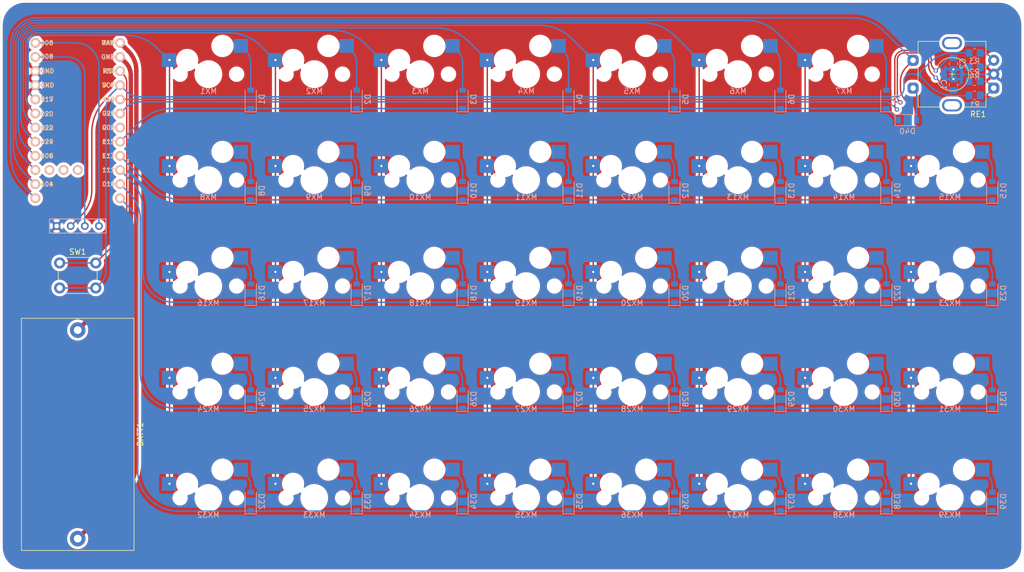
<source format=kicad_pcb>
(kicad_pcb (version 20211014) (generator pcbnew)
  (layers (0 "F.Cu" signal) (31 "B.Cu" signal) (34 "B.Paste" user) (35 "F.Paste" user) (36 "B.SilkS" user "B.Silkscreen") (37 "F.SilkS" user "F.Silkscreen") (38 "B.Mask" user) (39 "F.Mask" user) (44 "Edge.Cuts" user))
  (net 0 "")
  (net 1 "row0")
  (net 2 "row1")
  (net 3 "row2")
  (net 4 "Net-(D23-Pad2)")
  (net 5 "row3")
  (net 6 "row4")
  (net 7 "Net-(D40-Pad2)")
  (net 8 "col0")
  (net 9 "col1")
  (net 10 "col2")
  (net 11 "col3")
  (net 12 "col4")
  (net 13 "col5")
  (net 14 "Net-(BATT1-Pad1)")
  (net 15 "Net-(BATT1-Pad2)")
  (net 16 "RE_B")
  (net 17 "VCC")
  (net 18 "Net-(RE1-PadA)")
  (net 19 "Net-(SW1-Pad1)")
  (net 20 "Earth")
  (net 21 "Net-(D1-Pad2)")
  (net 22 "Net-(D2-Pad2)")
  (net 23 "Net-(D3-Pad2)")
  (net 24 "Net-(D4-Pad2)")
  (net 25 "Net-(D5-Pad2)")
  (net 26 "Net-(D6-Pad2)")
  (net 27 "Net-(D7-Pad2)")
  (net 28 "Net-(D8-Pad2)")
  (net 29 "Net-(D9-Pad2)")
  (net 30 "Net-(D10-Pad2)")
  (net 31 "Net-(D11-Pad2)")
  (net 32 "Net-(D12-Pad2)")
  (net 33 "Net-(D13-Pad2)")
  (net 34 "Net-(D14-Pad2)")
  (net 35 "Net-(D15-Pad2)")
  (net 36 "Net-(D16-Pad2)")
  (net 37 "Net-(D17-Pad2)")
  (net 38 "Net-(D18-Pad2)")
  (net 39 "Net-(D19-Pad2)")
  (net 40 "Net-(D20-Pad2)")
  (net 41 "Net-(D21-Pad2)")
  (net 42 "Net-(D22-Pad2)")
  (net 43 "Net-(D24-Pad2)")
  (net 44 "Net-(D25-Pad2)")
  (net 45 "Net-(D26-Pad2)")
  (net 46 "Net-(D27-Pad2)")
  (net 47 "Net-(D28-Pad2)")
  (net 48 "Net-(D29-Pad2)")
  (net 49 "Net-(D30-Pad2)")
  (net 50 "Net-(D31-Pad2)")
  (net 51 "Net-(D32-Pad2)")
  (net 52 "Net-(D33-Pad2)")
  (net 53 "Net-(D34-Pad2)")
  (net 54 "Net-(D35-Pad2)")
  (net 55 "Net-(D36-Pad2)")
  (net 56 "Net-(D37-Pad2)")
  (net 57 "Net-(D38-Pad2)")
  (net 58 "Net-(D39-Pad2)")
  (net 59 "col6")
  (net 60 "col7")
  (net 61 "Net-(U1-Pad2)")
  (net 62 "Net-(U1-Pad1)")
  (net 63 "Net-(R3-Pad2)")
  (net 68 "Net-(U1-Pad19)")
  (footprint "MX_Only:MXOnly-1U-Hotswap-NoLED" (layer "F.Cu") (at 98.425 31.75)
    (fp_text reference "MX3")
    (fp_text value "MX-NoLED")
  )
  (footprint "MX_Only:MXOnly-1U-Hotswap-NoLED" (layer "F.Cu") (at 117.475 69.85)
    (fp_text reference "MX19")
    (fp_text value "MX-NoLED")
  )
  (footprint "MX_Only:MXOnly-1U-Hotswap-NoLED" (layer "F.Cu") (at 174.625 88.9)
    (fp_text reference "MX30")
    (fp_text value "MX-NoLED")
  )
  (footprint "MX_Only:MXOnly-1U-Hotswap-NoLED" (layer "F.Cu") (at 155.575 88.9)
    (fp_text reference "MX29")
    (fp_text value "MX-NoLED")
  )
  (footprint "MX_Only:MXOnly-1U-Hotswap-NoLED" (layer "F.Cu") (at 117.475 107.95)
    (fp_text reference "MX35")
    (fp_text value "MX-NoLED")
  )
  (footprint "MX_Only:MXOnly-1U-Hotswap-NoLED" (layer "F.Cu") (at 60.325 31.75)
    (fp_text reference "MX1")
    (fp_text value "MX-NoLED")
  )
  (footprint "MX_Only:MXOnly-1U-Hotswap-NoLED" (layer "F.Cu") (at 136.525 69.85)
    (fp_text reference "MX20")
    (fp_text value "MX-NoLED")
  )
  (footprint "yuchi_kbd_lib:OLED_4Pin" (layer "F.Cu") (at 36.83 59.055)
    (fp_text reference "OLED1" hide)
    (fp_text value "Conn_01x04" hide)
  )
  (footprint "MX_Only:MXOnly-1U-Hotswap-NoLED" (layer "F.Cu") (at 117.475 31.75)
    (fp_text reference "MX4")
    (fp_text value "MX-NoLED")
  )
  (footprint "MX_Only:MXOnly-1U-Hotswap-NoLED" (layer "F.Cu") (at 155.575 107.95)
    (fp_text reference "MX37")
    (fp_text value "MX-NoLED")
  )
  (footprint "Button_Switch_THT:SW_PUSH_6mm_H5mm" (layer "F.Cu") (at 33.58 65.695)
    (fp_text reference "SW1")
    (fp_text value "SW_Push_Dual")
  )
  (footprint "MX_Only:MXOnly-1U-Hotswap-NoLED" (layer "F.Cu") (at 155.575 69.85)
    (fp_text reference "MX21")
    (fp_text value "MX-NoLED")
  )
  (footprint "MX_Only:MXOnly-1U-Hotswap-NoLED" (layer "F.Cu") (at 98.425 69.85)
    (fp_text reference "MX18")
    (fp_text value "MX-NoLED")
  )
  (footprint "MX_Only:MXOnly-1U-Hotswap-NoLED" (layer "F.Cu") (at 174.625 50.8)
    (fp_text reference "MX14")
    (fp_text value "MX-NoLED")
  )
  (footprint "MX_Only:MXOnly-1U-Hotswap-NoLED" (layer "F.Cu") (at 98.425 107.95)
    (fp_text reference "MX34")
    (fp_text value "MX-NoLED")
  )
  (footprint "MX_Only:MXOnly-1U-Hotswap-NoLED" (layer "F.Cu") (at 98.425 50.8)
    (fp_text reference "MX10")
    (fp_text value "MX-NoLED")
  )
  (footprint "MX_Only:MXOnly-1U-Hotswap-NoLED" (layer "F.Cu") (at 60.325 69.85)
    (fp_text reference "MX16")
    (fp_text value "MX-NoLED")
  )
  (footprint "MX_Only:MXOnly-1U-Hotswap-NoLED" (layer "F.Cu") (at 136.525 31.75)
    (fp_text reference "MX5")
    (fp_text value "MX-NoLED")
  )
  (footprint "MX_Only:MXOnly-1U-Hotswap-NoLED" (layer "F.Cu") (at 193.675 69.85)
    (fp_text reference "MX23")
    (fp_text value "MX-NoLED")
  )
  (footprint "MX_Only:MXOnly-1U-Hotswap-NoLED" (layer "F.Cu") (at 79.375 31.75)
    (fp_text reference "MX2")
    (fp_text value "MX-NoLED")
  )
  (footprint "MX_Only:MXOnly-1U-Hotswap-NoLED" (layer "F.Cu") (at 60.325 88.9)
    (fp_text reference "MX24")
    (fp_text value "MX-NoLED")
  )
  (footprint "MX_Only:MXOnly-1U-Hotswap-NoLED" (layer "F.Cu") (at 155.575 31.75)
    (fp_text reference "MX6")
    (fp_text value "MX-NoLED")
  )
  (footprint "MX_Only:MXOnly-1U-Hotswap-NoLED" (layer "F.Cu") (at 117.475 50.8)
    (fp_text reference "MX11")
    (fp_text value "MX-NoLED")
  )
  (footprint "MX_Only:MXOnly-1U-Hotswap-NoLED" (layer "F.Cu") (at 174.625 31.75)
    (fp_text reference "MX7")
    (fp_text value "MX-NoLED")
  )
  (footprint "MX_Only:MXOnly-1U-Hotswap-NoLED" (layer "F.Cu") (at 155.575 50.8)
    (fp_text reference "MX13")
    (fp_text value "MX-NoLED")
  )
  (footprint "MX_Only:MXOnly-1U-Hotswap-NoLED" (layer "F.Cu") (at 79.375 88.9)
    (fp_text reference "MX25")
    (fp_text value "MX-NoLED")
  )
  (footprint "MX_Only:MXOnly-1U-Hotswap-NoLED" (layer "F.Cu") (at 117.475 88.9)
    (fp_text reference "MX27")
    (fp_text value "MX-NoLED")
  )
  (footprint "MX_Only:MXOnly-1U-Hotswap-NoLED" (layer "F.Cu") (at 193.675 50.8)
    (fp_text reference "MX15")
    (fp_text value "MX-NoLED")
  )
  (footprint "MX_Only:MXOnly-1U-Hotswap-NoLED" (layer "F.Cu") (at 79.375 50.8)
    (fp_text reference "MX9")
    (fp_text value "MX-NoLED")
  )
  (footprint "MX_Only:MXOnly-1U-Hotswap-NoLED" (layer "F.Cu") (at 174.625 107.95)
    (fp_text reference "MX38")
    (fp_text value "MX-NoLED")
  )
  (footprint "Capacitor_THT:C_Rect_L41.5mm_W20.0mm_P37.50mm_MKS4" (layer "F.Cu") (at 36.83 77.77 -90)
    (fp_text reference "BATT1")
    (fp_text value "Conn_02x01")
  )
  (footprint "MX_Only:MXOnly-1U-Hotswap-NoLED" (layer "F.Cu") (at 60.325 50.8)
    (fp_text reference "MX8")
    (fp_text value "MX-NoLED")
  )
  (footprint "MX_Only:MXOnly-1U-Hotswap-NoLED" (layer "F.Cu") (at 98.425 88.9)
    (fp_text reference "MX26")
    (fp_text value "MX-NoLED")
  )
  (footprint "MX_Only:MXOnly-1U-Hotswap-NoLED" (layer "F.Cu") (at 136.525 107.95)
    (fp_text reference "MX36")
    (fp_text value "MX-NoLED")
  )
  (footprint "MX_Only:MXOnly-1U-Hotswap-NoLED" (layer "F.Cu") (at 136.525 88.9)
    (fp_text reference "MX28")
    (fp_text value "MX-NoLED")
  )
  (footprint "MX_Only:MXOnly-1U-Hotswap-NoLED" (layer "F.Cu") (at 193.675 107.95)
    (fp_text reference "MX39")
    (fp_text value "MX-NoLED")
  )
  (footprint "Rotary_Encoder:RotaryEncoder_Alps_EC11E-Switch_Vertical_H20mm" (layer "F.Cu") (at 201.56 34.25 180)
    (fp_text reference "RE1")
    (fp_text value "RotaryEncoder_Switch")
  )
  (footprint "MX_Only:MXOnly-1U-Hotswap-NoLED" (layer "F.Cu") (at 79.375 107.95)
    (fp_text reference "MX33")
    (fp_text value "MX-NoLED")
  )
  (footprint "MX_Only:MXOnly-1U-Hotswap-NoLED" (layer "F.Cu") (at 79.375 69.85)
    (fp_text reference "MX17")
    (fp_text value "MX-NoLED")
  )
  (footprint "MX_Only:MXOnly-1U-Hotswap-NoLED" (layer "F.Cu") (at 193.675 88.9)
    (fp_text reference "MX31")
    (fp_text value "MX-NoLED")
  )
  (footprint "nice-nano-kicad-master:nice_nano" (layer "F.Cu") (at 36.83 40.08675 -90)
    (fp_text reference "U1" hide)
    (fp_text value "nice_nano" hide)
  )
  (footprint "MX_Only:MXOnly-1U-Hotswap-NoLED" (layer "F.Cu") (at 136.525 50.8)
    (fp_text reference "MX12")
    (fp_text value "MX-NoLED")
  )
  (footprint "MX_Only:MXOnly-1U-Hotswap-NoLED" (layer "F.Cu") (at 60.325 107.95)
    (fp_text reference "MX32")
    (fp_text value "MX-NoLED")
  )
  (footprint "MX_Only:MXOnly-1U-Hotswap-NoLED" (layer "F.Cu") (at 174.625 69.85)
    (fp_text reference "MX22")
    (fp_text value "MX-NoLED")
  )
  (footprint "Diode_SMD:D_SOD-123" (layer "B.Cu") (at 125.095 52.705 90)
    (fp_text reference "D11")
    (fp_text value "D_Small")
  )
  (footprint "Diode_SMD:D_SOD-123" (layer "B.Cu") (at 163.195 36.2712 90)
    (fp_text reference "D6")
    (fp_text value "D_Small")
  )
  (footprint "Diode_SMD:D_SOD-123" (layer "B.Cu") (at 163.195 71.12 90)
    (fp_text reference "D21")
    (fp_text value "D_Small")
  )
  (footprint "Diode_SMD:D_SOD-123" (layer "B.Cu") (at 106.045 52.705 90)
    (fp_text reference "D10")
    (fp_text value "D_Small")
  )
  (footprint "Diode_SMD:D_SOD-123" (layer "B.Cu") (at 144.145 90.17 90)
    (fp_text reference "D28")
    (fp_text value "D_Small")
  )
  (footprint "Diode_SMD:D_SOD-123" (layer "B.Cu") (at 106.045 71.12 90)
    (fp_text reference "D18")
    (fp_text value "D_Small")
  )
  (footprint "Diode_SMD:D_SOD-123" (layer "B.Cu") (at 67.945 90.17 90)
    (fp_text reference "D24")
    (fp_text value "D_Small")
  )
  (footprint "Diode_SMD:D_SOD-123" (layer "B.Cu") (at 182.245 90.17 90)
    (fp_text reference "D30")
    (fp_text value "D_Small")
  )
  (footprint "Resistor_SMD:R_0805_2012Metric_Pad1.20x1.40mm_HandSolder" (layer "B.Cu") (at 198.12 30.48)
    (fp_text reference "R4")
    (fp_text value "R_Small")
  )
  (footprint "Diode_SMD:D_SOD-123" (layer "B.Cu") (at 106.045 90.17 90)
    (fp_text reference "D26")
    (fp_text value "D_Small")
  )
  (footprint "Resistor_SMD:R_0805_2012Metric_Pad1.20x1.40mm_HandSolder" (layer "B.Cu") (at 198.12 33.02 180)
    (fp_text reference "R2")
    (fp_text value "R_Small")
  )
  (footprint "Diode_SMD:D_SOD-123" (layer "B.Cu") (at 86.995 36.2712 90)
    (fp_text reference "D2")
    (fp_text value "D_Small")
  )
  (footprint "Capacitor_SMD:C_0805_2012Metric_Pad1.18x1.45mm_HandSolder" (layer "B.Cu") (at 194.31 29.845 90)
    (fp_text reference "C2")
    (fp_text value "C_Small")
  )
  (footprint "Diode_SMD:D_SOD-123" (layer "B.Cu") (at 125.095 108.585 90)
    (fp_text reference "D35")
    (fp_text value "D_Small")
  )
  (footprint "Resistor_SMD:R_0805_2012Metric_Pad1.20x1.40mm_HandSolder" (layer "B.Cu") (at 198.12 35.56)
    (fp_text reference "R1")
    (fp_text value "R_Small")
  )
  (footprint "Diode_SMD:D_SOD-123" (layer "B.Cu") (at 86.995 90.17 90)
    (fp_text reference "D25")
    (fp_text value "D_Small")
  )
  (footprint "Diode_SMD:D_SOD-123" (layer "B.Cu") (at 106.045 108.585 90)
    (fp_text reference "D34")
    (fp_text value "D_Small")
  )
  (footprint "Diode_SMD:D_SOD-123" (layer "B.Cu") (at 201.295 52.705 90)
    (fp_text reference "D15")
    (fp_text value "D_Small")
  )
  (footprint "Diode_SMD:D_SOD-123" (layer "B.Cu") (at 182.245 71.12 90)
    (fp_text reference "D22")
    (fp_text value "D_Small")
  )
  (footprint "Diode_SMD:D_SOD-123" (layer "B.Cu") (at 144.145 71.12 90)
    (fp_text reference "D20")
    (fp_text value "D_Small")
  )
  (footprint "Diode_SMD:D_SOD-123" (layer "B.Cu") (at 144.145 52.705 90)
    (fp_text reference "D12")
    (fp_text value "D_Small")
  )
  (footprint "Diode_SMD:D_SOD-123" (layer "B.Cu") (at 67.945 52.705 90)
    (fp_text reference "D8")
    (fp_text value "D_Small")
  )
  (footprint "Diode_SMD:D_SOD-123" (layer "B.Cu") (at 163.195 108.585 90)
    (fp_text reference "D37")
    (fp_text value "D_Small")
  )
  (footprint "Diode_SMD:D_SOD-123" (layer "B.Cu") (at 86.995 108.585 90)
    (fp_text reference "D33")
    (fp_text value "D_Small")
  )
  (footprint "Diode_SMD:D_SOD-123" (layer "B.Cu") (at 67.945 36.2712 90)
    (fp_text reference "D1")
    (fp_text value "D_Small")
  )
  (footprint "Diode_SMD:D_SOD-123" (layer "B.Cu") (at 125.095 90.17 90)
    (fp_text reference "D27")
    (fp_text value "D_Small")
  )
  (footprint "Diode_SMD:D_SOD-123" (layer "B.Cu") (at 106.045 36.2712 90)
    (fp_text reference "D3")
    (fp_text value "D_Small")
  )
  (footprint "Diode_SMD:D_SOD-123" (layer "B.Cu") (at 182.245 108.585 90)
    (fp_text reference "D38")
    (fp_text value "D_Small")
  )
  (footprint "Diode_SMD:D_SOD-123" (layer "B.Cu") (at 201.295 108.585 90)
    (fp_text reference "D39")
    (fp_text value "D_Small")
  )
  (footprint "Diode_SMD:D_SOD-123" (layer "B.Cu") (at 163.195 52.705 90)
    (fp_text reference "D13")
    (fp_text value "D_Small")
  )
  (footprint "Diode_SMD:D_SOD-123" (layer "B.Cu") (at 144.145 36.2712 90)
    (fp_text reference "D5")
    (fp_text value "D_Small")
  )
  (footprint "Diode_SMD:D_SOD-123" (layer "B.Cu") (at 182.245 36.2712 90)
    (fp_text reference "D7")
    (fp_text value "D_Small")
  )
  (footprint "Diode_SMD:D_SOD-123" (layer "B.Cu") (at 163.195 90.17 90)
    (fp_text reference "D29")
    (fp_text value "D_Small")
  )
  (footprint "Diode_SMD:D_SOD-123" (layer "B.Cu") (at 86.995 52.705 90)
    (fp_text reference "D9")
    (fp_text value "D_Small")
  )
  (footprint "Capacitor_SMD:C_0805_2012Metric_Pad1.18x1.45mm_HandSolder" (layer "B.Cu") (at 194.31 33.655 -90)
    (fp_text reference "C1")
    (fp_text value "C_Small")
  )
  (footprint "Diode_SMD:D_SOD-123" (layer "B.Cu") (at 144.145 108.585 90)
    (fp_text reference "D36")
    (fp_text value "D_Small")
  )
  (footprint "Diode_SMD:D_SOD-123" (layer "B.Cu") (at 125.095 36.2712 90)
    (fp_text reference "D4")
    (fp_text value "D_Small")
  )
  (footprint "Diode_SMD:D_SOD-123" (layer "B.Cu") (at 67.945 108.585 90)
    (fp_text reference "D32")
    (fp_text value "D_Small")
  )
  (footprint "Diode_SMD:D_SOD-123" (layer "B.Cu") (at 201.295 71.12 90)
    (fp_text reference "D23")
    (fp_text value "D_Small")
  )
  (footprint "Diode_SMD:D_SOD-123" (layer "B.Cu") (at 201.295 90.17 90)
    (fp_text reference "D31")
    (fp_text value "D_Small")
  )
  (footprint "Diode_SMD:D_SOD-123" (layer "B.Cu") (at 182.245 52.705 90)
    (fp_text reference "D14")
    (fp_text value "D_Small")
  )
  (footprint "Diode_SMD:D_SOD-123" (layer "B.Cu") (at 125.095 71.12 90)
    (fp_text reference "D19")
    (fp_text value "D_Small")
  )
  (footprint "Diode_SMD:D_SOD-123" (layer "B.Cu") (at 67.945 71.12 90)
    (fp_text reference "D16")
    (fp_text value "D_Small")
  )
  (footprint "Diode_SMD:D_SOD-123" (layer "B.Cu") (at 86.995 71.12 90)
    (fp_text reference "D17")
    (fp_text value "D_Small")
  )
  (footprint "Diode_SMD:D_SOD-123" (layer "B.Cu") (at 186.055 40.005)
    (fp_text reference "D40")
    (fp_text value "D_Small")
  )
  (footprint "Resistor_SMD:R_0805_2012Metric_Pad1.20x1.40mm_HandSolder" (layer "B.Cu") (at 198.12 27.94)
    (fp_text reference "R3")
    (fp_text value "R_Small")
  )
  (gr_line (start 188.2902 32.0548) (end 188.0616 31.5468) (layer "B.Cu") (width 0.2))
  (gr_line (start 188.0616 31.5468) (end 188.2648 31.5976) (layer "B.Cu") (width 0.2))
  (gr_line (start 187.8076 31.623) (end 188.2902 32.0548) (layer "B.Cu") (width 0.2))
  (gr_line (start 187.8076 31.9024) (end 187.8076 31.623) (layer "B.Cu") (width 0.2))
  (gr_arc (start 202.565 18.415) (mid 205.70809 19.71691) (end 207.01 22.86) (layer "Edge.Cuts") (width 0.01))
  (gr_arc (start 27.305 121.285) (mid 24.16191 119.98309) (end 22.86 116.84) (layer "Edge.Cuts") (width 0.01))
  (gr_arc (start 207.01 116.84) (mid 205.70809 119.98309) (end 202.565 121.285) (layer "Edge.Cuts") (width 0.01))
  (gr_line (start 27.305 18.415) (end 202.565 18.415) (layer "Edge.Cuts") (width 0.01))
  (gr_line (start 207.01 22.86) (end 207.01 116.84) (layer "Edge.Cuts") (width 0.01))
  (gr_line (start 202.565 121.285) (end 27.305 121.285) (layer "Edge.Cuts") (width 0.01))
  (gr_line (start 22.86 116.84) (end 22.86 22.86) (layer "Edge.Cuts") (width 0.01))
  (gr_arc (start 22.86 22.86) (mid 24.16191 19.71691) (end 27.305 18.415) (layer "Edge.Cuts") (width 0.01))
  (segment (start 53.806497 37.9212) (end 67.945 37.9212) (width 0.25) (layer "B.Cu") (net 1))
  (segment (start 48.034859 40.31189) (end 44.45 43.89675) (width 0.25) (layer "B.Cu") (net 1))
  (segment (start 182.2831 37.9212) (end 182.2069 37.9212) (width 0.25) (layer "B.Cu") (net 1))
  (segment (start 67.945 37.9212) (end 182.2069 37.9212) (width 0.25) (layer "B.Cu") (net 1))
  (segment (start 182.34814 37.94814) (end 184.405 40.005) (width 0.25) (layer "B.Cu") (net 1))
  (arc (start 182.34814 37.94814) (mid 182.318299 37.928201) (end 182.2831 37.9212) (width 0.25) (layer "B.Cu") (net 1))
  (arc (start 53.806497 37.9212) (mid 50.682909 38.54252) (end 48.034859 40.31189) (width 0.25) (layer "B.Cu") (net 1))
  (segment (start 67.945 54.355) (end 201.295 54.355) (width 0.25) (layer "B.Cu") (net 2))
  (segment (start 55.749197 54.355) (end 67.945 54.355) (width 0.25) (layer "B.Cu") (net 2))
  (segment (start 49.977559 51.964309) (end 44.45 46.43675) (width 0.25) (layer "B.Cu") (net 2))
  (arc (start 49.977559 51.964309) (mid 52.625609 53.733679) (end 55.749197 54.355) (width 0.25) (layer "B.Cu") (net 2))
  (segment (start 67.945 72.77) (end 201.295 72.77) (width 0.25) (layer "B.Cu") (net 3))
  (segment (start 54.14206 72.77) (end 67.945 72.77) (width 0.25) (layer "B.Cu") (net 3))
  (segment (start 48.52404 55.931571) (end 48.52404 67.151979) (width 0.25) (layer "B.Cu") (net 3))
  (segment (start 46.48702 51.01377) (end 44.45 48.97675) (width 0.25) (layer "B.Cu") (net 3))
  (arc (start 48.52404 67.151979) (mid 48.951686 69.301902) (end 50.16952 71.12452) (width 0.25) (layer "B.Cu") (net 3))
  (arc (start 46.48702 51.01377) (mid 47.994635 53.270076) (end 48.52404 55.931571) (width 0.25) (layer "B.Cu") (net 3))
  (arc (start 50.16952 71.12452) (mid 51.992136 72.342353) (end 54.14206 72.77) (width 0.25) (layer "B.Cu") (net 3))
  (segment (start 201.295 67.805235) (end 201.295 69.47) (width 0.25) (layer "B.Cu") (net 4))
  (segment (start 200.406 65.659) (end 199.517 64.77) (width 0.25) (layer "B.Cu") (net 4))
  (arc (start 200.406 65.659) (mid 201.063956 66.643701) (end 201.295 67.805235) (width 0.25) (layer "B.Cu") (net 4))
  (segment (start 67.945 91.82) (end 201.295 91.82) (width 0.25) (layer "B.Cu") (net 5))
  (segment (start 67.945 91.82) (end 54.459918 91.82) (width 0.25) (layer "B.Cu") (net 5))
  (segment (start 46.26226 53.32901) (end 44.45 51.51675) (width 0.25) (layer "B.Cu") (net 5))
  (segment (start 48.07452 57.704192) (end 48.07452 85.434601) (width 0.25) (layer "B.Cu") (net 5))
  (arc (start 49.94476 89.94976) (mid 52.016332 91.33394) (end 54.459918 91.82) (width 0.25) (layer "B.Cu") (net 5))
  (arc (start 48.07452 85.434601) (mid 48.560579 87.878187) (end 49.94476 89.94976) (width 0.25) (layer "B.Cu") (net 5))
  (arc (start 46.26226 53.32901) (mid 47.603528 55.33636) (end 48.07452 57.704192) (width 0.25) (layer "B.Cu") (net 5))
  (segment (start 46.0375 55.64425) (end 44.45 54.05675) (width 0.25) (layer "B.Cu") (net 6))
  (segment (start 201.152591 110.318421) (end 68.087408 110.318421) (width 0.25) (layer "B.Cu") (net 6))
  (segment (start 201.253289 110.27671) (end 201.295 110.235) (width 0.25) (layer "B.Cu") (net 6))
  (segment (start 47.625 103.023235) (end 47.625 59.476814) (width 0.25) (layer "B.Cu") (net 6))
  (segment (start 67.802591 110.318421) (end 54.920185 110.318421) (width 0.25) (layer "B.Cu") (net 6))
  (arc (start 67.98671 110.27671) (mid 67.944999 110.259433) (end 67.903289 110.27671) (width 0.25) (layer "B.Cu") (net 6))
  (arc (start 67.903289 110.27671) (mid 67.857088 110.30758) (end 67.802591 110.318421) (width 0.25) (layer "B.Cu") (net 6))
  (arc (start 46.0375 55.64425) (mid 47.212422 57.402645) (end 47.625 59.476814) (width 0.25) (layer "B.Cu") (net 6))
  (arc (start 67.98671 110.27671) (mid 68.03291 110.30758) (end 68.087408 110.318421) (width 0.25) (layer "B.Cu") (net 6))
  (arc (start 201.253289 110.27671) (mid 201.207088 110.30758) (end 201.152591 110.318421) (width 0.25) (layer "B.Cu") (net 6))
  (arc (start 47.625 103.023235) (mid 48.180312 105.814981) (end 49.76171 108.18171) (width 0.25) (layer "B.Cu") (net 6))
  (arc (start 49.76171 108.18171) (mid 52.128438 109.763107) (end 54.920185 110.318421) (width 0.25) (layer "B.Cu") (net 6))
  (segment (start 187.3825 34.5725) (end 187.06 34.25) (width 0.25) (layer "B.Cu") (net 7))
  (segment (start 187.705 35.351083) (end 187.705 40.005) (width 0.25) (layer "B.Cu") (net 7))
  (arc (start 187.3825 34.5725) (mid 187.621184 34.929717) (end 187.705 35.351083) (width 0.25) (layer "B.Cu") (net 7))
  (segment (start 53.34 105.41) (end 53.34 29.21) (width 0.25) (layer "F.Cu") (net 8))
  (via (at 53.34 29.21) (size 0.8) (drill 0.4) (layers "F.Cu" "B.Cu") (net 8))
  (via (at 53.34 48.26) (size 0.8) (drill 0.4) (layers "F.Cu" "B.Cu") (net 8))
  (via (at 53.34 67.31) (size 0.8) (drill 0.4) (layers "F.Cu" "B.Cu") (net 8))
  (via (at 53.34 86.36) (size 0.8) (drill 0.4) (layers "F.Cu" "B.Cu") (net 8))
  (via (at 53.34 105.41) (size 0.8) (drill 0.4) (layers "F.Cu" "B.Cu") (net 8))
  (segment (start 28.575 35.64175) (end 29.21 36.27675) (width 0.25) (layer "B.Cu") (net 8))
  (segment (start 45.65191 24.765) (end 29.516591 24.765) (width 0.25) (layer "B.Cu") (net 8))
  (segment (start 27.94 34.108724) (end 27.94 26.341591) (width 0.25) (layer "B.Cu") (net 8))
  (segment (start 51.0175 26.9875) (end 53.24 29.21) (width 0.25) (layer "B.Cu") (net 8))
  (arc (start 28.401773 25.226773) (mid 28.06001 25.738255) (end 27.94 26.341591) (width 0.25) (layer "B.Cu") (net 8))
  (arc (start 51.0175 26.9875) (mid 48.555746 25.342608) (end 45.65191 24.765) (width 0.25) (layer "B.Cu") (net 8))
  (arc (start 29.516591 24.765) (mid 28.913255 24.88501) (end 28.401773 25.226773) (width 0.25) (layer "B.Cu") (net 8))
  (arc (start 27.94 34.108724) (mid 28.105031 34.938391) (end 28.575 35.64175) (width 0.25) (layer "B.Cu") (net 8))
  (segment (start 72.39 105.41) (end 72.39 29.21) (width 0.25) (layer "F.Cu") (net 9))
  (via (at 72.39 86.36) (size 0.8) (drill 0.4) (layers "F.Cu" "B.Cu") (net 9))
  (via (at 72.39 67.31) (size 0.8) (drill 0.4) (layers "F.Cu" "B.Cu") (net 9))
  (via (at 72.39 29.21) (size 0.8) (drill 0.4) (layers "F.Cu" "B.Cu") (net 9))
  (via (at 72.39 105.41) (size 0.8) (drill 0.4) (layers "F.Cu" "B.Cu") (net 9))
  (via (at 72.39 48.26) (size 0.8) (drill 0.4) (layers "F.Cu" "B.Cu") (net 9))
  (segment (start 27.49048 35.881345) (end 27.49048 26.341591) (width 0.25) (layer "B.Cu") (net 9))
  (segment (start 28.35024 37.95699) (end 29.21 38.81675) (width 0.25) (layer "B.Cu") (net 9))
  (segment (start 69.78617 26.70617) (end 72.29 29.21) (width 0.25) (layer "B.Cu") (net 9))
  (segment (start 29.51659 24.31548) (end 64.014532 24.31548) (width 0.25) (layer "B.Cu") (net 9))
  (arc (start 28.083914 24.908914) (mid 27.644708 25.566232) (end 27.49048 26.341591) (width 0.25) (layer "B.Cu") (net 9))
  (arc (start 29.51659 24.31548) (mid 28.741231 24.469708) (end 28.083914 24.908914) (width 0.25) (layer "B.Cu") (net 9))
  (arc (start 27.49048 35.881345) (mid 27.713924 37.004676) (end 28.35024 37.95699) (width 0.25) (layer "B.Cu") (net 9))
  (arc (start 69.78617 26.70617) (mid 67.13812 24.9368) (end 64.014532 24.31548) (width 0.25) (layer "B.Cu") (net 9))
  (segment (start 91.44 105.41) (end 91.44 29.21) (width 0.25) (layer "F.Cu") (net 10))
  (via (at 91.44 86.36) (size 0.8) (drill 0.4) (layers "F.Cu" "B.Cu") (net 10))
  (via (at 91.44 29.21) (size 0.8) (drill 0.4) (layers "F.Cu" "B.Cu") (net 10))
  (via (at 91.44 48.26) (size 0.8) (drill 0.4) (layers "F.Cu" "B.Cu") (net 10))
  (via (at 91.44 67.31) (size 0.8) (drill 0.4) (layers "F.Cu" "B.Cu") (net 10))
  (via (at 91.44 105.41) (size 0.8) (drill 0.4) (layers "F.Cu" "B.Cu") (net 10))
  (segment (start 82.715012 23.86596) (end 29.516592 23.86596) (width 0.25) (layer "B.Cu") (net 10))
  (segment (start 28.12548 40.27223) (end 29.21 41.35675) (width 0.25) (layer "B.Cu") (net 10))
  (segment (start 27.04096 26.341592) (end 27.04096 37.653967) (width 0.25) (layer "B.Cu") (net 10))
  (segment (start 91.304644 29.074644) (end 88.48665 26.25665) (width 0.25) (layer "B.Cu") (net 10))
  (segment (start 91.34 29.16) (end 91.34 29.21) (width 0.25) (layer "B.Cu") (net 10))
  (arc (start 27.04096 37.653967) (mid 27.322817 39.07096) (end 28.12548 40.27223) (width 0.25) (layer "B.Cu") (net 10))
  (arc (start 27.766056 24.591056) (mid 27.229406 25.394208) (end 27.04096 26.341592) (width 0.25) (layer "B.Cu") (net 10))
  (arc (start 91.304644 29.074644) (mid 91.330811 29.113805) (end 91.34 29.16) (width 0.25) (layer "B.Cu") (net 10))
  (arc (start 29.516592 23.86596) (mid 28.569208 24.054406) (end 27.766056 24.591056) (width 0.25) (layer "B.Cu") (net 10))
  (arc (start 88.48665 26.25665) (mid 85.8386 24.48728) (end 82.715012 23.86596) (width 0.25) (layer "B.Cu") (net 10))
  (segment (start 110.49 105.41) (end 110.49 29.21) (width 0.25) (layer "F.Cu") (net 11))
  (via (at 110.49 105.41) (size 0.8) (drill 0.4) (layers "F.Cu" "B.Cu") (net 11))
  (via (at 110.49 48.26) (size 0.8) (drill 0.4) (layers "F.Cu" "B.Cu") (net 11))
  (via (at 110.49 29.21) (size 0.8) (drill 0.4) (layers "F.Cu" "B.Cu") (net 11))
  (via (at 110.49 86.36) (size 0.8) (drill 0.4) (layers "F.Cu" "B.Cu") (net 11))
  (via (at 110.49 67.31) (size 0.8) (drill 0.4) (layers "F.Cu" "B.Cu") (net 11))
  (segment (start 26.59144 26.341593) (end 26.59144 39.426588) (width 0.25) (layer "B.Cu") (net 11))
  (segment (start 101.315492 23.41644) (end 29.516593 23.41644) (width 0.25) (layer "B.Cu") (net 11))
  (segment (start 110.49 29.21) (end 107.08713 25.80713) (width 0.25) (layer "B.Cu") (net 11))
  (segment (start 27.90072 42.58747) (end 29.21 43.89675) (width 0.25) (layer "B.Cu") (net 11))
  (arc (start 29.516593 23.41644) (mid 28.397185 23.639103) (end 27.448197 24.273197) (width 0.25) (layer "B.Cu") (net 11))
  (arc (start 26.59144 39.426588) (mid 26.93171 41.137245) (end 27.90072 42.58747) (width 0.25) (layer "B.Cu") (net 11))
  (arc (start 27.448197 24.273197) (mid 26.814103 25.222185) (end 26.59144 26.341593) (width 0.25) (layer "B.Cu") (net 11))
  (arc (start 107.08713 25.80713) (mid 104.43908 24.03776) (end 101.315492 23.41644) (width 0.25) (layer "B.Cu") (net 11))
  (segment (start 129.54 29.21) (end 129.54 105.41) (width 0.25) (layer "F.Cu") (net 12))
  (via (at 129.54 86.36) (size 0.8) (drill 0.4) (layers "F.Cu" "B.Cu") (net 12))
  (via (at 129.54 105.41) (size 0.8) (drill 0.4) (layers "F.Cu" "B.Cu") (net 12))
  (via (at 129.54 67.31) (size 0.8) (drill 0.4) (layers "F.Cu" "B.Cu") (net 12))
  (via (at 129.54 48.26) (size 0.8) (drill 0.4) (layers "F.Cu" "B.Cu") (net 12))
  (via (at 129.54 29.21) (size 0.8) (drill 0.4) (layers "F.Cu" "B.Cu") (net 12))
  (segment (start 125.68761 25.35761) (end 129.404644 29.074644) (width 0.25) (layer "B.Cu") (net 12))
  (segment (start 119.915972 22.96692) (end 29.516593 22.96692) (width 0.25) (layer "B.Cu") (net 12))
  (segment (start 26.14192 26.341593) (end 26.14192 41.199209) (width 0.25) (layer "B.Cu") (net 12))
  (segment (start 27.67596 44.90271) (end 29.21 46.43675) (width 0.25) (layer "B.Cu") (net 12))
  (segment (start 129.44 29.16) (end 129.44 29.21) (width 0.25) (layer "B.Cu") (net 12))
  (arc (start 29.516593 22.96692) (mid 28.225161 23.223801) (end 27.130339 23.955339) (width 0.25) (layer "B.Cu") (net 12))
  (arc (start 26.14192 41.199209) (mid 26.540604 43.203529) (end 27.67596 44.90271) (width 0.25) (layer "B.Cu") (net 12))
  (arc (start 27.130339 23.955339) (mid 26.398801 25.050161) (end 26.14192 26.341593) (width 0.25) (layer "B.Cu") (net 12))
  (arc (start 129.404644 29.074644) (mid 129.430811 29.113805) (end 129.44 29.16) (width 0.25) (layer "B.Cu") (net 12))
  (arc (start 125.68761 25.35761) (mid 123.03956 23.58824) (end 119.915972 22.96692) (width 0.25) (layer "B.Cu") (net 12))
  (segment (start 148.59 105.41) (end 148.59 29.21) (width 0.25) (layer "F.Cu") (net 13))
  (via (at 148.59 67.31) (size 0.8) (drill 0.4) (layers "F.Cu" "B.Cu") (net 13))
  (via (at 148.59 105.41) (size 0.8) (drill 0.4) (layers "F.Cu" "B.Cu") (net 13))
  (via (at 148.59 86.36) (size 0.8) (drill 0.4) (layers "F.Cu" "B.Cu") (net 13))
  (via (at 148.59 48.26) (size 0.8) (drill 0.4) (layers "F.Cu" "B.Cu") (net 13))
  (via (at 148.59 29.21) (size 0.8) (drill 0.4) (layers "F.Cu" "B.Cu") (net 13))
  (segment (start 138.516452 22.5174) (end 29.516594 22.5174) (width 0.25) (layer "B.Cu") (net 13))
  (segment (start 144.28809 24.90809) (end 148.454644 29.074644) (width 0.25) (layer "B.Cu") (net 13))
  (segment (start 148.49 29.16) (end 148.49 29.21) (width 0.25) (layer "B.Cu") (net 13))
  (segment (start 27.4512 47.21795) (end 29.21 48.97675) (width 0.25) (layer "B.Cu") (net 13))
  (segment (start 25.6924 26.341594) (end 25.6924 42.971831) (width 0.25) (layer "B.Cu") (net 13))
  (arc (start 26.81248 23.63748) (mid 25.983499 24.878138) (end 25.6924 26.341594) (width 0.25) (layer "B.Cu") (net 13))
  (arc (start 148.454644 29.074644) (mid 148.480811 29.113805) (end 148.49 29.16) (width 0.25) (layer "B.Cu") (net 13))
  (arc (start 29.516594 22.5174) (mid 28.053138 22.808499) (end 26.81248 23.63748) (width 0.25) (layer "B.Cu") (net 13))
  (arc (start 25.6924 42.971831) (mid 26.149497 45.269814) (end 27.4512 47.21795) (width 0.25) (layer "B.Cu") (net 13))
  (arc (start 144.28809 24.90809) (mid 141.64004 23.13872) (end 138.516452 22.5174) (width 0.25) (layer "B.Cu") (net 13))
  (segment (start 45.412665 29.619415) (end 44.45 28.65675) (width 0.8) (layer "F.Cu") (net 14))
  (segment (start 46.375331 31.943495) (end 46.375331 64.843721) (width 0.8) (layer "F.Cu") (net 14))
  (segment (start 43.98464 70.615359) (end 36.83 77.77) (width 0.8) (layer "F.Cu") (net 14))
  (arc (start 45.412665 29.619415) (mid 46.125142 30.685712) (end 46.375331 31.943495) (width 0.8) (layer "F.Cu") (net 14))
  (arc (start 46.375331 64.843721) (mid 45.75401 67.967309) (end 43.98464 70.615359) (width 0.8) (layer "F.Cu") (net 14))
  (segment (start 44.98416 107.115839) (end 36.83 115.27) (width 0.8) (layer "F.Cu") (net 15))
  (segment (start 45.912425 27.579175) (end 44.45 26.11675) (width 0.8) (layer "F.Cu") (net 15))
  (segment (start 47.374851 31.109782) (end 47.374851 101.344201) (width 0.8) (layer "F.Cu") (net 15))
  (arc (start 45.912425 27.579175) (mid 46.994778 29.199031) (end 47.374851 31.109782) (width 0.8) (layer "F.Cu") (net 15))
  (arc (start 47.374851 101.344201) (mid 46.75353 104.467789) (end 44.98416 107.115839) (width 0.8) (layer "F.Cu") (net 15))
  (segment (start 184.2262 35.876068) (end 184.2262 29.164361) (width 0.25) (layer "F.Cu") (net 16))
  (segment (start 184.5056 36.5506) (end 184.785 36.83) (width 0.25) (layer "F.Cu") (net 16))
  (segment (start 189.865 30.216974) (end 189.865 29.034279) (width 0.25) (layer "F.Cu") (net 16))
  (segment (start 185.465081 27.92548) (end 188.7562 27.92548) (width 0.25) (layer "F.Cu") (net 16))
  (segment (start 190.5 31.75) (end 191.135 32.385) (width 0.25) (layer "F.Cu") (net 16))
  (via (at 184.785 36.83) (size 0.8) (drill 0.4) (layers "F.Cu" "B.Cu") (net 16))
  (via (at 191.135 32.385) (size 0.8) (drill 0.4) (layers "F.Cu" "B.Cu") (net 16))
  (arc (start 184.58906 28.28834) (mid 184.320504 28.690261) (end 184.2262 29.164361) (width 0.25) (layer "F.Cu") (net 16))
  (arc (start 189.54024 28.25024) (mid 189.180519 28.009882) (end 188.7562 27.92548) (width 0.25) (layer "F.Cu") (net 16))
  (arc (start 185.465081 27.92548) (mid 184.990981 28.019784) (end 184.58906 28.28834) (width 0.25) (layer "F.Cu") (net 16))
  (arc (start 189.865 30.216974) (mid 190.030031 31.046641) (end 190.5 31.75) (width 0.25) (layer "F.Cu") (net 16))
  (arc (start 184.2262 35.876068) (mid 184.298813 36.241122) (end 184.5056 36.5506) (width 0.25) (layer "F.Cu") (net 16))
  (arc (start 189.54024 28.25024) (mid 189.780597 28.60996) (end 189.865 29.034279) (width 0.25) (layer "F.Cu") (net 16))
  (segment (start 195.849666 34.290333) (end 197.12 33.02) (width 0.25) (layer "B.Cu") (net 16))
  (segment (start 194.87875 34.6925) (end 194.74375 34.6925) (width 0.25) (layer "B.Cu") (net 16))
  (segment (start 193.135792 34.385792) (end 191.135 32.385) (width 0.25) (layer "B.Cu") (net 16))
  (segment (start 44.452775 36.273975) (end 44.45 36.27675) (width 0.25) (layer "B.Cu") (net 16))
  (segment (start 194.74375 34.6925) (end 193.87625 34.6925) (width 0.25) (layer "B.Cu") (net 16))
  (segment (start 183.7182 36.5506) (end 183.719212 36.551612) (width 0.25) (layer "B.Cu") (net 16))
  (segment (start 184.785 36.83) (end 184.3913 36.83) (width 0.25) (layer "B.Cu") (net 16))
  (segment (start 44.459474 36.2712) (end 183.043668 36.2712) (width 0.25) (layer "B.Cu") (net 16))
  (arc (start 193.135792 34.385792) (mid 193.475517 34.612789) (end 193.87625 34.6925) (width 0.25) (layer "B.Cu") (net 16))
  (arc (start 183.7182 36.5506) (mid 183.408722 36.343813) (end 183.043668 36.2712) (width 0.25) (layer "B.Cu") (net 16))
  (arc (start 195.849666 34.290333) (mid 195.404206 34.58798) (end 194.87875 34.6925) (width 0.25) (layer "B.Cu") (net 16))
  (arc (start 183.719212 36.551612) (mid 184.027568 36.757649) (end 184.3913 36.83) (width 0.25) (layer "B.Cu") (net 16))
  (arc (start 44.459474 36.2712) (mid 44.455848 36.271921) (end 44.452775 36.273975) (width 0.25) (layer "B.Cu") (net 16))
  (segment (start 39.37 42.197697) (end 39.37 52.567994) (width 0.25) (layer "F.Cu") (net 17))
  (segment (start 41.76069 36.426059) (end 44.45 33.73675) (width 0.25) (layer "F.Cu") (net 17))
  (segment (start 37.47 57.155) (end 35.57 59.055) (width 0.25) (layer "F.Cu") (net 17))
  (arc (start 39.37 52.567994) (mid 38.876206 55.050463) (end 37.47 57.155) (width 0.25) (layer "F.Cu") (net 17))
  (arc (start 41.76069 36.426059) (mid 39.99132 39.074109) (end 39.37 42.197697) (width 0.25) (layer "F.Cu") (net 17))
  (segment (start 197.09774 27.91774) (end 197.12 27.94) (width 0.25) (layer "B.Cu") (net 17))
  (segment (start 185.42 32.834012) (end 185.42 34.290951) (width 0.25) (layer "B.Cu") (net 17))
  (segment (start 188.633519 31.07648) (end 189.954489 29.75551) (width 0.25) (layer "B.Cu") (net 17))
  (segment (start 183.889271 35.82168) (end 48.009198 35.82168) (width 0.25) (layer "B.Cu") (net 17))
  (segment (start 186.504012 31.75) (end 187.0075 31.75) (width 0.25) (layer "B.Cu") (net 17))
  (segment (start 189.954489 33.744489) (end 188.633519 32.423519) (width 0.25) (layer "B.Cu") (net 17))
  (segment (start 197.043999 27.89548) (end 194.445 27.89548) (width 0.25) (layer "B.Cu") (net 17))
  (segment (start 40.995 69.28) (end 40.08 70.195) (width 0.25) (layer "B.Cu") (net 17))
  (segment (start 44.45 33.73675) (end 45.492465 34.779215) (width 0.25) (layer "B.Cu") (net 17))
  (segment (start 40.08 70.195) (end 33.58 70.195) (width 0.25) (layer "B.Cu") (net 17))
  (segment (start 43.18 35.00675) (end 44.45 33.73675) (width 0.25) (layer "B.Cu") (net 17))
  (segment (start 197.043999 35.60452) (end 194.445 35.60452) (width 0.25) (layer "B.Cu") (net 17))
  (segment (start 197.09774 35.58226) (end 197.12 35.56) (width 0.25) (layer "B.Cu") (net 17))
  (segment (start 41.91 67.070994) (end 41.91 38.072801) (width 0.25) (layer "B.Cu") (net 17))
  (arc (start 186.504012 31.75) (mid 186.089178 31.832515) (end 185.7375 32.0675) (width 0.25) (layer "B.Cu") (net 17))
  (arc (start 194.445 27.89548) (mid 192.014753 28.378886) (end 189.954489 29.75551) (width 0.25) (layer "B.Cu") (net 17))
  (arc (start 188.633519 31.07648) (mid 188.354538 31.749999) (end 188.633519 32.423519) (width 0.25) (layer "B.Cu") (net 17))
  (arc (start 41.91 67.070994) (mid 41.672199 68.266499) (end 40.995 69.28) (width 0.25) (layer "B.Cu") (net 17))
  (arc (start 185.42 34.290951) (mid 185.30348 34.876735) (end 184.97166 35.37334) (width 0.25) (layer "B.Cu") (net 17))
  (arc (start 189.954489 33.744489) (mid 192.014753 35.121113) (end 194.445 35.60452) (width 0.25) (layer "B.Cu") (net 17))
  (arc (start 187.0075 31.75) (mid 187.887495 31.574957) (end 188.633519 31.07648) (width 0.25) (layer "B.Cu") (net 17))
  (arc (start 43.18 35.00675) (mid 42.240062 36.413466) (end 41.91 38.072801) (width 0.25) (layer "B.Cu") (net 17))
  (arc (start 197.09774 27.91774) (mid 197.073083 27.901265) (end 197.043999 27.89548) (width 0.25) (layer "B.Cu") (net 17))
  (arc (start 188.633519 32.423519) (mid 187.887495 31.925041) (end 187.0075 31.75) (width 0.25) (layer "B.Cu") (net 17))
  (arc (start 184.97166 35.37334) (mid 184.475055 35.70516) (end 183.889271 35.82168) (width 0.25) (layer "B.Cu") (net 17))
  (arc (start 45.492465 34.779215) (mid 46.647151 35.550752) (end 48.009198 35.82168) (width 0.25) (layer "B.Cu") (net 17))
  (arc (start 185.7375 32.0675) (mid 185.502515 32.419178) (end 185.42 32.834012) (width 0.25) (layer "B.Cu") (net 17))
  (arc (start 197.09774 35.58226) (mid 197.073083 35.598734) (end 197.043999 35.60452) (width 0.25) (layer "B.Cu") (net 17))
  (segment (start 200.944999 34.864999) (end 200.649515 35.160484) (width 0.25) (layer "B.Cu") (net 18))
  (segment (start 199.725 33.02) (end 199.12 33.02) (width 0.25) (layer "B.Cu") (net 18))
  (segment (start 199.685 35.56) (end 199.12 35.56) (width 0.25) (layer "B.Cu") (net 18))
  (segment (start 200.945 33.635) (end 200.757799 33.447799) (width 0.25) (layer "B.Cu") (net 18))
  (arc (start 200.945 33.635) (mid 201.199741 34.249999) (end 200.944999 34.864999) (width 0.25) (layer "B.Cu") (net 18))
  (arc (start 200.757799 33.447799) (mid 200.283946 33.131181) (end 199.725 33.02) (width 0.25) (layer "B.Cu") (net 18))
  (arc (start 200.649515 35.160484) (mid 200.206991 35.456169) (end 199.685 35.56) (width 0.25) (layer "B.Cu") (net 18))
  (segment (start 45.650811 56.743241) (end 45.650811 33.246662) (width 0.25) (layer "F.Cu") (net 19))
  (segment (start 45.050405 31.797155) (end 44.45 31.19675) (width 0.25) (layer "F.Cu") (net 19))
  (segment (start 43.26012 62.514879) (end 40.08 65.695) (width 0.25) (layer "F.Cu") (net 19))
  (arc (start 45.050405 31.797155) (mid 45.49477 32.462194) (end 45.650811 33.246662) (width 0.25) (layer "F.Cu") (net 19))
  (arc (start 45.650811 56.743241) (mid 45.02949 59.866829) (end 43.26012 62.514879) (width 0.25) (layer "F.Cu") (net 19))
  (segment (start 33.58 65.695) (end 40.08 65.695) (width 0.25) (layer "B.Cu") (net 19))
  (via (at 194.31 32.6175) (size 0.8) (drill 0.4) (layers "F.Cu" "B.Cu") (net 20))
  (via (at 194.31 30.8825) (size 0.8) (drill 0.4) (layers "F.Cu" "B.Cu") (net 20))
  (segment (start 194.31 32.18375) (end 194.31 32.6175) (width 0.25) (layer "B.Cu") (net 20))
  (segment (start 194.31 32.18375) (end 194.31 31.31625) (width 0.25) (layer "B.Cu") (net 20))
  (segment (start 194.31 31.31625) (end 194.31 30.8825) (width 0.25) (layer "B.Cu") (net 20))
  (segment (start 194.74375 31.75) (end 201.56 31.75) (width 0.25) (layer "B.Cu") (net 20))
  (arc (start 194.31 31.31625) (mid 194.437042 31.622957) (end 194.74375 31.75) (width 0.25) (layer "B.Cu") (net 20))
  (arc (start 194.74375 31.75) (mid 194.437042 31.877042) (end 194.31 32.18375) (width 0.25) (layer "B.Cu") (net 20))
  (segment (start 67.056 27.559) (end 66.167 26.67) (width 0.25) (layer "B.Cu") (net 21))
  (segment (start 67.945 29.705235) (end 67.945 34.6212) (width 0.25) (layer "B.Cu") (net 21))
  (arc (start 67.056 27.559) (mid 67.713956 28.543701) (end 67.945 29.705235) (width 0.25) (layer "B.Cu") (net 21))
  (segment (start 86.106 27.559) (end 85.217 26.67) (width 0.25) (layer "B.Cu") (net 22))
  (segment (start 86.995 29.705235) (end 86.995 34.6212) (width 0.25) (layer "B.Cu") (net 22))
  (arc (start 86.106 27.559) (mid 86.763956 28.543701) (end 86.995 29.705235) (width 0.25) (layer "B.Cu") (net 22))
  (segment (start 106.045 29.705235) (end 106.045 34.6212) (width 0.25) (layer "B.Cu") (net 23))
  (segment (start 105.156 27.559) (end 104.267 26.67) (width 0.25) (layer "B.Cu") (net 23))
  (arc (start 105.156 27.559) (mid 105.813956 28.543701) (end 106.045 29.705235) (width 0.25) (layer "B.Cu") (net 23))
  (segment (start 124.206 27.559) (end 123.317 26.67) (width 0.25) (layer "B.Cu") (net 24))
  (segment (start 125.095 29.705235) (end 125.095 34.6212) (width 0.25) (layer "B.Cu") (net 24))
  (arc (start 124.206 27.559) (mid 124.863956 28.543701) (end 125.095 29.705235) (width 0.25) (layer "B.Cu") (net 24))
  (segment (start 144.145 29.705235) (end 144.145 34.6212) (width 0.25) (layer "B.Cu") (net 25))
  (segment (start 143.256 27.559) (end 142.367 26.67) (width 0.25) (layer "B.Cu") (net 25))
  (arc (start 143.256 27.559) (mid 143.913956 28.543701) (end 144.145 29.705235) (width 0.25) (layer "B.Cu") (net 25))
  (segment (start 162.306 27.559) (end 161.417 26.67) (width 0.25) (layer "B.Cu") (net 26))
  (segment (start 163.195 29.705235) (end 163.195 34.6212) (width 0.25) (layer "B.Cu") (net 26))
  (arc (start 162.306 27.559) (mid 162.963956 28.543701) (end 163.195 29.705235) (width 0.25) (layer "B.Cu") (net 26))
  (segment (start 182.245 29.705235) (end 182.245 34.6212) (width 0.25) (layer "B.Cu") (net 27))
  (segment (start 181.356 27.559) (end 180.467 26.67) (width 0.25) (layer "B.Cu") (net 27))
  (arc (start 181.356 27.559) (mid 182.013956 28.543701) (end 182.245 29.705235) (width 0.25) (layer "B.Cu") (net 27))
  (segment (start 67.056 46.609) (end 66.167 45.72) (width 0.25) (layer "B.Cu") (net 28))
  (segment (start 67.945 48.755235) (end 67.945 51.055) (width 0.25) (layer "B.Cu") (net 28))
  (arc (start 67.056 46.609) (mid 67.713956 47.593701) (end 67.945 48.755235) (width 0.25) (layer "B.Cu") (net 28))
  (segment (start 86.106 46.609) (end 85.217 45.72) (width 0.25) (layer "B.Cu") (net 29))
  (segment (start 86.995 48.755235) (end 86.995 51.055) (width 0.25) (layer "B.Cu") (net 29))
  (arc (start 86.106 46.609) (mid 86.763956 47.593701) (end 86.995 48.755235) (width 0.25) (layer "B.Cu") (net 29))
  (segment (start 105.156 46.609) (end 104.267 45.72) (width 0.25) (layer "B.Cu") (net 30))
  (segment (start 106.045 48.755235) (end 106.045 51.055) (width 0.25) (layer "B.Cu") (net 30))
  (arc (start 105.156 46.609) (mid 105.813956 47.593701) (end 106.045 48.755235) (width 0.25) (layer "B.Cu") (net 30))
  (segment (start 124.206 46.609) (end 123.317 45.72) (width 0.25) (layer "B.Cu") (net 31))
  (segment (start 125.095 48.755235) (end 125.095 51.055) (width 0.25) (layer "B.Cu") (net 31))
  (arc (start 124.206 46.609) (mid 124.863956 47.593701) (end 125.095 48.755235) (width 0.25) (layer "B.Cu") (net 31))
  (segment (start 144.145 48.755235) (end 144.145 51.055) (width 0.25) (layer "B.Cu") (net 32))
  (segment (start 143.256 46.609) (end 142.367 45.72) (width 0.25) (layer "B.Cu") (net 32))
  (arc (start 143.256 46.609) (mid 143.913956 47.593701) (end 144.145 48.755235) (width 0.25) (layer "B.Cu") (net 32))
  (segment (start 162.306 46.609) (end 161.417 45.72) (width 0.25) (layer "B.Cu") (net 33))
  (segment (start 163.195 48.755235) (end 163.195 51.055) (width 0.25) (layer "B.Cu") (net 33))
  (arc (start 162.306 46.609) (mid 162.963956 47.593701) (end 163.195 48.755235) (width 0.25) (layer "B.Cu") (net 33))
  (segment (start 182.245 48.755235) (end 182.245 51.055) (width 0.25) (layer "B.Cu") (net 34))
  (segment (start 181.356 46.609) (end 180.467 45.72) (width 0.25) (layer "B.Cu") (net 34))
  (arc (start 181.356 46.609) (mid 182.013956 47.593701) (end 182.245 48.755235) (width 0.25) (layer "B.Cu") (net 34))
  (segment (start 201.295 48.755235) (end 201.295 51.055) (width 0.25) (layer "B.Cu") (net 35))
  (segment (start 200.406 46.609) (end 199.517 45.72) (width 0.25) (layer "B.Cu") (net 35))
  (arc (start 200.406 46.609) (mid 201.063956 47.593701) (end 201.295 48.755235) (width 0.25) (layer "B.Cu") (net 35))
  (segment (start 67.056 65.659) (end 66.167 64.77) (width 0.25) (layer "B.Cu") (net 36))
  (segment (start 67.945 67.805235) (end 67.945 69.47) (width 0.25) (layer "B.Cu") (net 36))
  (arc (start 67.056 65.659) (mid 67.713956 66.643701) (end 67.945 67.805235) (width 0.25) (layer "B.Cu") (net 36))
  (segment (start 86.995 67.805235) (end 86.995 69.47) (width 0.25) (layer "B.Cu") (net 37))
  (segment (start 86.106 65.659) (end 85.217 64.77) (width 0.25) (layer "B.Cu") (net 37))
  (arc (start 86.106 65.659) (mid 86.763956 66.643701) (end 86.995 67.805235) (width 0.25) (layer "B.Cu") (net 37))
  (segment (start 106.045 67.805235) (end 106.045 69.47) (width 0.25) (layer "B.Cu") (net 38))
  (segment (start 105.156 65.659) (end 104.267 64.77) (width 0.25) (layer "B.Cu") (net 38))
  (arc (start 105.156 65.659) (mid 105.813956 66.643701) (end 106.045 67.805235) (width 0.25) (layer "B.Cu") (net 38))
  (segment (start 124.206 65.659) (end 123.317 64.77) (width 0.25) (layer "B.Cu") (net 39))
  (segment (start 125.095 67.805235) (end 125.095 69.47) (width 0.25) (layer "B.Cu") (net 39))
  (arc (start 124.206 65.659) (mid 124.863956 66.643701) (end 125.095 67.805235) (width 0.25) (layer "B.Cu") (net 39))
  (segment (start 143.256 65.659) (end 142.367 64.77) (width 0.25) (layer "B.Cu") (net 40))
  (segment (start 144.145 67.805235) (end 144.145 69.47) (width 0.25) (layer "B.Cu") (net 40))
  (arc (start 143.256 65.659) (mid 143.913956 66.643701) (end 144.145 67.805235) (width 0.25) (layer "B.Cu") (net 40))
  (segment (start 162.306 65.659) (end 161.417 64.77) (width 0.25) (layer "B.Cu") (net 41))
  (segment (start 163.195 67.805235) (end 163.195 69.47) (width 0.25) (layer "B.Cu") (net 41))
  (arc (start 162.306 65.659) (mid 162.963956 66.643701) (end 163.195 67.805235) (width 0.25) (layer "B.Cu") (net 41))
  (segment (start 181.356 65.659) (end 180.467 64.77) (width 0.25) (layer "B.Cu") (net 42))
  (segment (start 182.245 67.805235) (end 182.245 69.47) (width 0.25) (layer "B.Cu") (net 42))
  (arc (start 181.356 65.659) (mid 182.013956 66.643701) (end 182.245 67.805235) (width 0.25) (layer "B.Cu") (net 42))
  (segment (start 67.945 86.855235) (end 67.945 88.52) (width 0.25) (layer "B.Cu") (net 43))
  (segment (start 67.056 84.709) (end 66.167 83.82) (width 0.25) (layer "B.Cu") (net 43))
  (arc (start 67.056 84.709) (mid 67.713956 85.693701) (end 67.945 86.855235) (width 0.25) (layer "B.Cu") (net 43))
  (segment (start 86.995 86.855235) (end 86.995 88.52) (width 0.25) (layer "B.Cu") (net 44))
  (segment (start 86.106 84.709) (end 85.217 83.82) (width 0.25) (layer "B.Cu") (net 44))
  (arc (start 86.106 84.709) (mid 86.763956 85.693701) (end 86.995 86.855235) (width 0.25) (layer "B.Cu") (net 44))
  (segment (start 105.156 84.709) (end 104.267 83.82) (width 0.25) (layer "B.Cu") (net 45))
  (segment (start 106.045 86.855235) (end 106.045 88.52) (width 0.25) (layer "B.Cu") (net 45))
  (arc (start 105.156 84.709) (mid 105.813956 85.693701) (end 106.045 86.855235) (width 0.25) (layer "B.Cu") (net 45))
  (segment (start 125.095 86.855235) (end 125.095 88.52) (width 0.25) (layer "B.Cu") (net 46))
  (segment (start 124.206 84.709) (end 123.317 83.82) (width 0.25) (layer "B.Cu") (net 46))
  (arc (start 124.206 84.709) (mid 124.863956 85.693701) (end 125.095 86.855235) (width 0.25) (layer "B.Cu") (net 46))
  (segment (start 143.256 84.709) (end 142.367 83.82) (width 0.25) (layer "B.Cu") (net 47))
  (segment (start 144.145 86.855235) (end 144.145 88.52) (width 0.25) (layer "B.Cu") (net 47))
  (arc (start 143.256 84.709) (mid 143.913956 85.693701) (end 144.145 86.855235) (width 0.25) (layer "B.Cu") (net 47))
  (segment (start 163.195 86.855235) (end 163.195 88.52) (width 0.25) (layer "B.Cu") (net 48))
  (segment (start 162.306 84.709) (end 161.417 83.82) (width 0.25) (layer "B.Cu") (net 48))
  (arc (start 162.306 84.709) (mid 162.963956 85.693701) (end 163.195 86.855235) (width 0.25) (layer "B.Cu") (net 48))
  (segment (start 181.356 84.709) (end 180.467 83.82) (width 0.25) (layer "B.Cu") (net 49))
  (segment (start 182.245 86.855235) (end 182.245 88.52) (width 0.25) (layer "B.Cu") (net 49))
  (arc (start 181.356 84.709) (mid 182.013956 85.693701) (end 182.245 86.855235) (width 0.25) (layer "B.Cu") (net 49))
  (segment (start 201.295 86.855235) (end 201.295 88.52) (width 0.25) (layer "B.Cu") (net 50))
  (segment (start 200.406 84.709) (end 199.517 83.82) (width 0.25) (layer "B.Cu") (net 50))
  (arc (start 200.406 84.709) (mid 201.063956 85.693701) (end 201.295 86.855235) (width 0.25) (layer "B.Cu") (net 50))
  (segment (start 67.136423 103.839423) (end 66.167 102.87) (width 0.25) (layer "B.Cu") (net 51))
  (segment (start 67.945 105.7915) (end 67.945 106.935) (width 0.25) (layer "B.Cu") (net 51))
  (arc (start 67.136423 103.839423) (mid 67.734857 104.735043) (end 67.945 105.7915) (width 0.25) (layer "B.Cu") (net 51))
  (segment (start 86.186423 103.839423) (end 85.217 102.87) (width 0.25) (layer "B.Cu") (net 52))
  (segment (start 86.995 105.7915) (end 86.995 106.935) (width 0.25) (layer "B.Cu") (net 52))
  (arc (start 86.186423 103.839423) (mid 86.784857 104.735043) (end 86.995 105.7915) (width 0.25) (layer "B.Cu") (net 52))
  (segment (start 105.236423 103.839423) (end 104.267 102.87) (width 0.25) (layer "B.Cu") (net 53))
  (segment (start 106.045 105.7915) (end 106.045 106.935) (width 0.25) (layer "B.Cu") (net 53))
  (arc (start 105.236423 103.839423) (mid 105.834857 104.735043) (end 106.045 105.7915) (width 0.25) (layer "B.Cu") (net 53))
  (segment (start 124.286423 103.839423) (end 123.317 102.87) (width 0.25) (layer "B.Cu") (net 54))
  (segment (start 125.095 105.7915) (end 125.095 106.935) (width 0.25) (layer "B.Cu") (net 54))
  (arc (start 124.286423 103.839423) (mid 124.884857 104.735043) (end 125.095 105.7915) (width 0.25) (layer "B.Cu") (net 54))
  (segment (start 143.336423 103.839423) (end 142.367 102.87) (width 0.25) (layer "B.Cu") (net 55))
  (segment (start 144.145 105.7915) (end 144.145 106.935) (width 0.25) (layer "B.Cu") (net 55))
  (arc (start 143.336423 103.839423) (mid 143.934857 104.735043) (end 144.145 105.7915) (width 0.25) (layer "B.Cu") (net 55))
  (segment (start 162.386423 103.839423) (end 161.417 102.87) (width 0.25) (layer "B.Cu") (net 56))
  (segment (start 163.195 105.7915) (end 163.195 106.935) (width 0.25) (layer "B.Cu") (net 56))
  (arc (start 162.386423 103.839423) (mid 162.984857 104.735043) (end 163.195 105.7915) (width 0.25) (layer "B.Cu") (net 56))
  (segment (start 182.245 105.7915) (end 182.245 106.935) (width 0.25) (layer "B.Cu") (net 57))
  (segment (start 181.436423 103.839423) (end 180.467 102.87) (width 0.25) (layer "B.Cu") (net 57))
  (arc (start 181.436423 103.839423) (mid 182.034857 104.735043) (end 182.245 105.7915) (width 0.25) (layer "B.Cu") (net 57))
  (segment (start 200.486423 103.839423) (end 199.517 102.87) (width 0.25) (layer "B.Cu") (net 58))
  (segment (start 201.295 105.7915) (end 201.295 106.935) (width 0.25) (layer "B.Cu") (net 58))
  (arc (start 200.486423 103.839423) (mid 201.084857 104.735043) (end 201.295 105.7915) (width 0.25) (layer "B.Cu") (net 58))
  (segment (start 167.64 29.21) (end 167.64 105.41) (width 0.25) (layer "F.Cu") (net 59))
  (via (at 167.64 29.21) (size 0.8) (drill 0.4) (layers "F.Cu" "B.Cu") (net 59))
  (via (at 167.64 86.36) (size 0.8) (drill 0.4) (layers "F.Cu" "B.Cu") (net 59))
  (via (at 167.64 105.41) (size 0.8) (drill 0.4) (layers "F.Cu" "B.Cu") (net 59))
  (via (at 167.64 67.31) (size 0.8) (drill 0.4) (layers "F.Cu" "B.Cu") (net 59))
  (via (at 167.64 48.26) (size 0.8) (drill 0.4) (layers "F.Cu" "B.Cu") (net 59))
  (segment (start 27.22644 49.53319) (end 29.21 51.51675) (width 0.25) (layer "B.Cu") (net 59))
  (segment (start 162.78857 24.45857) (end 167.54 29.21) (width 0.25) (layer "B.Cu") (net 59))
  (segment (start 29.516594 22.06788) (end 157.016932 22.06788) (width 0.25) (layer "B.Cu") (net 59))
  (segment (start 25.24288 44.744452) (end 25.24288 26.341594) (width 0.25) (layer "B.Cu") (net 59))
  (arc (start 162.78857 24.45857) (mid 160.14052 22.6892) (end 157.016932 22.06788) (width 0.25) (layer "B.Cu") (net 59))
  (arc (start 25.24288 44.744452) (mid 25.75839 47.336098) (end 27.22644 49.53319) (width 0.25) (layer "B.Cu") (net 59))
  (arc (start 26.494622 23.319622) (mid 25.568197 24.706114) (end 25.24288 26.341594) (width 0.25) (layer "B.Cu") (net 59))
  (arc (start 29.516594 22.06788) (mid 27.881114 22.393197) (end 26.494622 23.319622) (width 0.25) (layer "B.Cu") (net 59))
  (segment (start 186.69 48.26) (end 186.69 105.41) (width 0.25) (layer "F.Cu") (net 60))
  (segment (start 185.9225 30.3875) (end 187.06 29.25) (width 0.25) (layer "F.Cu") (net 60))
  (segment (start 186.69 38.812038) (end 186.69 48.26) (width 0.25) (layer "F.Cu") (net 60))
  (segment (start 184.785 33.133667) (end 184.785 34.212961) (width 0.25) (layer "F.Cu") (net 60))
  (via (at 186.69 48.26) (size 0.8) (drill 0.4) (layers "F.Cu" "B.Cu") (net 60))
  (via (at 186.69 67.31) (size 0.8) (drill 0.4) (layers "F.Cu" "B.Cu") (net 60))
  (via (at 186.69 86.36) (size 0.8) (drill 0.4) (layers "F.Cu" "B.Cu") (net 60))
  (via (at 186.69 105.41) (size 0.8) (drill 0.4) (layers "F.Cu" "B.Cu") (net 60))
  (arc (start 185.9225 30.3875) (mid 185.080626 31.647452) (end 184.785 33.133667) (width 0.25) (layer "F.Cu") (net 60))
  (arc (start 185.7375 36.5125) (mid 186.442453 37.567537) (end 186.69 38.812038) (width 0.25) (layer "F.Cu") (net 60))
  (arc (start 184.785 34.212961) (mid 185.032546 35.457462) (end 185.7375 36.5125) (width 0.25) (layer "F.Cu") (net 60))
  (segment (start 24.79336 26.341594) (end 24.79336 46.517073) (width 0.25) (layer "B.Cu") (net 60))
  (segment (start 176.047412 21.61836) (end 29.516594 21.61836) (width 0.25) (layer "B.Cu") (net 60))
  (segment (start 27.00168 51.84843) (end 29.21 54.05675) (width 0.25) (layer "B.Cu") (net 60))
  (segment (start 181.81905 24.00905) (end 187.06 29.25) (width 0.25) (layer "B.Cu") (net 60))
  (arc (start 181.81905 24.00905) (mid 179.171 22.23968) (end 176.047412 21.61836) (width 0.25) (layer "B.Cu") (net 60))
  (arc (start 29.516594 21.61836) (mid 27.70909 21.977894) (end 26.176763 23.001763) (width 0.25) (layer "B.Cu") (net 60))
  (arc (start 24.79336 46.517073) (mid 25.367283 49.402382) (end 27.00168 51.84843) (width 0.25) (layer "B.Cu") (net 60))
  (arc (start 26.176763 23.001763) (mid 25.152894 24.53409) (end 24.79336 26.341594) (width 0.25) (layer "B.Cu") (net 60))
  (segment (start 34.980446 28.65675) (end 29.21 28.65675) (width 0.25) (layer "B.Cu") (net 61))
  (segment (start 38.11 31.786303) (end 38.11 59.055) (width 0.25) (layer "B.Cu") (net 61))
  (arc (start 37.193375 29.573375) (mid 36.178074 28.894973) (end 34.980446 28.65675) (width 0.25) (layer "B.Cu") (net 61))
  (arc (start 37.193375 29.573375) (mid 37.871776 30.588675) (end 38.11 31.786303) (width 0.25) (layer "B.Cu") (net 61))
  (segment (start 40.65 30.330316) (end 40.65 59.055) (width 0.25) (layer "B.Cu") (net 62))
  (segment (start 36.436433 26.11675) (end 29.21 26.11675) (width 0.25) (layer "B.Cu") (net 62))
  (arc (start 39.415875 27.350875) (mid 38.048895 26.437488) (end 36.436433 26.11675) (width 0.25) (layer "B.Cu") (net 62))
  (arc (start 39.415875 27.350875) (mid 40.329261 28.717854) (end 40.65 30.330316) (width 0.25) (layer "B.Cu") (net 62))
  (segment (start 200.945 28.635) (end 200.649515 28.339515) (width 0.25) (layer "B.Cu") (net 63))
  (segment (start 199.725 30.48) (end 199.12 30.48) (width 0.25) (layer "B.Cu") (net 63))
  (segment (start 200.757799 30.0522) (end 200.945 29.865) (width 0.25) (layer "B.Cu") (net 63))
  (segment (start 199.685 27.94) (end 199.12 27.94) (width 0.25) (layer "B.Cu") (net 63))
  (arc (start 200.945 28.635) (mid 201.199741 29.25) (end 200.945 29.865) (width 0.25) (layer "B.Cu") (net 63))
  (arc (start 200.649515 28.339515) (mid 200.206991 28.04383) (end 199.685 27.94) (width 0.25) (layer "B.Cu") (net 63))
  (arc (start 200.757799 30.0522) (mid 200.283946 30.368818) (end 199.725 30.48) (width 0.25) (layer "B.Cu") (net 63))
  (segment (start 190.72476 30.70476) (end 191.135 31.115) (width 0.25) (layer "F.Cu") (net 68))
  (segment (start 183.77668 29.164362) (end 183.77668 37.462702) (width 0.25) (layer "F.Cu") (net 68))
  (segment (start 188.756201 27.47596) (end 185.465082 27.47596) (width 0.25) (layer "F.Cu") (net 68))
  (segment (start 183.96334 37.91334) (end 184.15 38.1) (width 0.25) (layer "F.Cu") (net 68))
  (segment (start 190.31452 29.714353) (end 190.31452 29.034278) (width 0.25) (layer "F.Cu") (net 68))
  (via (at 184.15 38.1) (size 0.8) (drill 0.4) (layers "F.Cu" "B.Cu") (net 68))
  (via (at 191.135 31.115) (size 0.8) (drill 0.4) (layers "F.Cu" "B.Cu") (net 68))
  (arc (start 189.858099 27.932381) (mid 190.1959 28.437935) (end 190.31452 29.034278) (width 0.25) (layer "F.Cu") (net 68))
  (arc (start 184.271201 27.970481) (mid 183.905201 28.518238) (end 183.77668 29.164362) (width 0.25) (layer "F.Cu") (net 68))
  (arc (start 189.858099 27.932381) (mid 189.352543 27.594579) (end 188.756201 27.47596) (width 0.25) (layer "F.Cu") (net 68))
  (arc (start 190.31452 29.714353) (mid 190.421137 30.250357) (end 190.72476 30.70476) (width 0.25) (layer "F.Cu") (net 68))
  (arc (start 185.465082 27.47596) (mid 184.818958 27.604481) (end 184.271201 27.970481) (width 0.25) (layer "F.Cu") (net 68))
  (arc (start 183.77668 37.462702) (mid 183.825191 37.706585) (end 183.96334 37.91334) (width 0.25) (layer "F.Cu") (net 68))
  (segment (start 48.028147 36.72072) (end 123.638447 36.72072) (width 0.25) (layer "B.Cu") (net 68))
  (segment (start 45.498015 37.768735) (end 44.45 38.81675) (width 0.25) (layer "B.Cu") (net 68))
  (segment (start 194.87875 28.8075) (end 194.74375 28.8075) (width 0.25) (layer "B.Cu") (net 68))
  (segment (start 184.15 38.1) (end 184.136411 38.1) (width 0.25) (layer "B.Cu") (net 68))
  (segment (start 194.74375 28.8075) (end 193.87625 28.8075) (width 0.25) (layer "B.Cu") (net 68))
  (segment (start 193.135792 29.114207) (end 191.135 31.115) (width 0.25) (layer "B.Cu") (net 68))
  (segment (start 195.849666 29.209666) (end 197.12 30.48) (width 0.25) (layer "B.Cu") (net 68))
  (segment (start 183.433182 37.41036) (end 184.113213 38.090391) (width 0.25) (layer "B.Cu") (net 68))
  (segment (start 181.768243 36.72072) (end 124.011552 36.72072) (width 0.25) (layer "B.Cu") (net 68))
  (arc (start 123.77036 36.77536) (mid 123.709837 36.73492) (end 123.638447 36.72072) (width 0.25) (layer "B.Cu") (net 68))
  (arc (start 48.028147 36.72072) (mid 46.658849 36.99309) (end 45.498015 37.768735) (width 0.25) (layer "B.Cu") (net 68))
  (arc (start 183.433182 37.41036) (mid 182.669301 36.899951) (end 181.768243 36.72072) (width 0.25) (layer "B.Cu") (net 68))
  (arc (start 124.011552 36.72072) (mid 123.940161 36.73492) (end 123.87964 36.77536) (width 0.25) (layer "B.Cu") (net 68))
  (arc (start 193.87625 28.8075) (mid 193.475517 28.88721) (end 193.135792 29.114207) (width 0.25) (layer "B.Cu") (net 68))
  (arc (start 195.849666 29.209666) (mid 195.404206 28.912019) (end 194.87875 28.8075) (width 0.25) (layer "B.Cu") (net 68))
  (arc (start 123.77036 36.77536) (mid 123.825 36.797992) (end 123.87964 36.77536) (width 0.25) (layer "B.Cu") (net 68))
  (arc (start 184.113213 38.090391) (mid 184.123856 38.097502) (end 184.136411 38.1) (width 0.25) (layer "B.Cu") (net 68))
  (zone (net 20) (net_name "Earth") (layers F&B.Cu) (connect_pads (clearance 0.508)) (min_thickness 0.254) (fill yes (thermal_gap 0.508) (thermal_bridge_width 0.508))
    (polygon (pts (xy 207.01 121.285) (xy 22.86 121.285) (xy 22.86 18.415) (xy 207.01 18.415)))
  )
)
</source>
